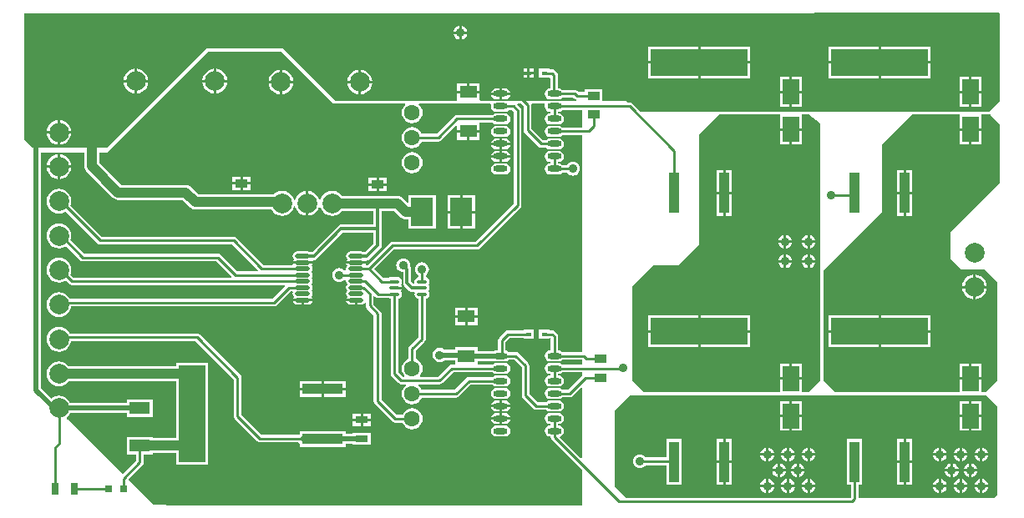
<source format=gtl>
G04 Layer_Physical_Order=1*
G04 Layer_Color=255*
%FSLAX25Y25*%
%MOIN*%
G70*
G01*
G75*
%ADD10R,0.07165X0.05000*%
%ADD11R,0.16339X0.04134*%
%ADD12R,0.10630X0.38583*%
%ADD13R,0.02756X0.05118*%
%ADD14R,0.08465X0.05000*%
%ADD15R,0.05118X0.02756*%
%ADD16O,0.05709X0.02362*%
%ADD17O,0.03937X0.01575*%
%ADD18R,0.03150X0.03150*%
%ADD19R,0.06693X0.09842*%
%ADD20R,0.05118X0.03543*%
%ADD21R,0.09016X0.11496*%
%ADD22O,0.05905X0.01772*%
%ADD23R,0.02165X0.01575*%
%ADD24R,0.04134X0.16339*%
%ADD25R,0.38583X0.10630*%
%ADD26C,0.01000*%
%ADD27C,0.01181*%
%ADD28C,0.03937*%
%ADD29C,0.01968*%
%ADD30C,0.06299*%
%ADD31C,0.07874*%
%ADD32C,0.03543*%
G36*
X416142Y251181D02*
Y148425D01*
X411417Y143701D01*
X408677D01*
Y148713D01*
X404331D01*
X399984D01*
Y143701D01*
X385827D01*
X345669Y143701D01*
X340945Y148425D01*
X340945Y186221D01*
X349213Y194488D01*
X359449Y194488D01*
X367717Y202756D01*
Y246850D01*
X375590Y254724D01*
X399984D01*
Y249319D01*
X404331D01*
X408677D01*
Y254724D01*
X411417D01*
X416142Y251181D01*
D02*
G37*
G36*
X483858Y254331D02*
X487795Y250394D01*
Y227559D01*
X467913Y207677D01*
Y197047D01*
X472047Y192913D01*
X481496D01*
X486614Y187795D01*
X486614Y148425D01*
X481890Y143701D01*
X480331D01*
Y148713D01*
X475984D01*
X471638D01*
Y143701D01*
X422047Y143701D01*
X417323Y148425D01*
Y192520D01*
X431890Y207087D01*
X440551Y215748D01*
X440551Y242520D01*
X452756Y254724D01*
X471638Y254724D01*
Y249319D01*
X475984D01*
X480331D01*
Y254724D01*
X483858D01*
Y254331D01*
D02*
G37*
G36*
X221654Y259055D02*
X247638Y259055D01*
X250339D01*
X250466Y258682D01*
X250191Y258471D01*
X249526Y257605D01*
X249108Y256595D01*
X248965Y255512D01*
X249108Y254429D01*
X249526Y253419D01*
X250191Y252552D01*
X251058Y251887D01*
X252067Y251469D01*
X253151Y251326D01*
X254234Y251469D01*
X255243Y251887D01*
X256110Y252552D01*
X256775Y253419D01*
X257193Y254429D01*
X257336Y255512D01*
X257193Y256595D01*
X256775Y257605D01*
X256110Y258471D01*
X255835Y258682D01*
X255962Y259055D01*
X284434Y259055D01*
X284713Y258661D01*
X284587Y258032D01*
X284756Y257181D01*
X285239Y256459D01*
X285960Y255977D01*
X286811Y255808D01*
X290158D01*
X291008Y255977D01*
X291730Y256459D01*
X291759Y256502D01*
X292910D01*
X293746Y255666D01*
Y219137D01*
X278500Y203892D01*
X245276D01*
X244690Y203775D01*
X244194Y203444D01*
X235400Y194650D01*
X234833D01*
X234584Y195043D01*
X234599Y195120D01*
X230709D01*
X226818D01*
X226865Y194884D01*
X227209Y194370D01*
X226865Y193856D01*
X226719Y193120D01*
X226797Y192728D01*
X226518Y192360D01*
X226250Y192351D01*
X226061Y192597D01*
X225482Y193041D01*
X224808Y193320D01*
X224085Y193416D01*
X223361Y193320D01*
X222687Y193041D01*
X222108Y192597D01*
X221664Y192018D01*
X221384Y191344D01*
X221289Y190620D01*
X221384Y189897D01*
X221664Y189222D01*
X222108Y188643D01*
X222687Y188199D01*
X223361Y187920D01*
X224085Y187824D01*
X224808Y187920D01*
X225482Y188199D01*
X226061Y188643D01*
X226250Y188890D01*
X226518Y188880D01*
X226797Y188512D01*
X226719Y188120D01*
X226865Y187384D01*
X227209Y186870D01*
X226865Y186356D01*
X226719Y185620D01*
X226865Y184884D01*
X227209Y184370D01*
X226865Y183856D01*
X226719Y183120D01*
X226865Y182384D01*
X227209Y181870D01*
X226865Y181356D01*
X226818Y181120D01*
X230709D01*
Y180620D01*
X231209D01*
Y178697D01*
X232776D01*
X233511Y178844D01*
X234135Y179261D01*
X234297Y179503D01*
X234691Y179384D01*
Y178347D01*
X234807Y177761D01*
X235139Y177265D01*
X237841Y174563D01*
Y140157D01*
X237957Y139572D01*
X238289Y139076D01*
X245297Y132068D01*
X245793Y131737D01*
X246378Y131620D01*
X249292D01*
X249525Y131057D01*
X250190Y130190D01*
X251057Y129525D01*
X252066Y129107D01*
X253150Y128964D01*
X254233Y129107D01*
X255242Y129525D01*
X256109Y130190D01*
X256774Y131057D01*
X257192Y132066D01*
X257335Y133150D01*
X257192Y134233D01*
X256774Y135242D01*
X256109Y136109D01*
X255242Y136774D01*
X254233Y137192D01*
X253150Y137335D01*
X252066Y137192D01*
X251057Y136774D01*
X250190Y136109D01*
X249525Y135242D01*
X249292Y134679D01*
X247011D01*
X240899Y140791D01*
Y175197D01*
X240783Y175782D01*
X240452Y176278D01*
X237750Y178980D01*
Y182014D01*
X238114Y182165D01*
X238486Y181793D01*
X238982Y181461D01*
X239567Y181345D01*
X243953D01*
X244184Y181190D01*
X244534Y181121D01*
Y151181D01*
X244650Y150596D01*
X244982Y150100D01*
X247738Y147344D01*
X248234Y147012D01*
X248819Y146896D01*
X250569D01*
X250702Y146502D01*
X250190Y146109D01*
X249525Y145242D01*
X249107Y144233D01*
X248964Y143150D01*
X249107Y142066D01*
X249525Y141057D01*
X250190Y140190D01*
X251057Y139525D01*
X252066Y139107D01*
X253150Y138964D01*
X254233Y139107D01*
X255242Y139525D01*
X256109Y140190D01*
X256774Y141057D01*
X257008Y141620D01*
X270709D01*
X271294Y141737D01*
X271790Y142068D01*
X276500Y146778D01*
X285210D01*
X285239Y146735D01*
X285960Y146253D01*
X286811Y146083D01*
X290158D01*
X291008Y146253D01*
X291730Y146735D01*
X292212Y147456D01*
X292381Y148307D01*
X292212Y149158D01*
X291730Y149880D01*
X291008Y150362D01*
X290158Y150531D01*
X286811D01*
X285960Y150362D01*
X285239Y149880D01*
X285210Y149837D01*
X275866D01*
X275281Y149720D01*
X274785Y149389D01*
X270075Y144679D01*
X257008D01*
X256774Y145242D01*
X256109Y146109D01*
X255597Y146502D01*
X255731Y146896D01*
X264173D01*
X264758Y147012D01*
X265255Y147344D01*
X269689Y151778D01*
X285210D01*
X285239Y151735D01*
X285960Y151252D01*
X286811Y151083D01*
X290158D01*
X291008Y151252D01*
X291730Y151735D01*
X292212Y152456D01*
X292381Y153307D01*
X292212Y154158D01*
X291730Y154880D01*
X291008Y155362D01*
X290158Y155531D01*
X286811D01*
X285960Y155362D01*
X285239Y154880D01*
X285210Y154836D01*
X279386D01*
Y156245D01*
X286000D01*
X286811Y156083D01*
X290158D01*
X291008Y156253D01*
X291730Y156735D01*
X291759Y156778D01*
X293815D01*
X296896Y153697D01*
Y142520D01*
X297012Y141934D01*
X297344Y141438D01*
X301556Y137226D01*
X302052Y136894D01*
X302638Y136778D01*
X306666D01*
X306695Y136735D01*
X307417Y136252D01*
X308268Y136083D01*
X311614D01*
X312465Y136252D01*
X313187Y136735D01*
X313669Y137456D01*
X313838Y138307D01*
X313669Y139158D01*
X313187Y139880D01*
X312465Y140362D01*
X311614Y140531D01*
X308268D01*
X307417Y140362D01*
X306695Y139880D01*
X306666Y139837D01*
X303271D01*
X299955Y143153D01*
Y154331D01*
X299838Y154916D01*
X299507Y155412D01*
X295530Y159388D01*
X295034Y159720D01*
X294449Y159836D01*
X291759D01*
X291730Y159880D01*
X291008Y160362D01*
X290506Y160462D01*
Y163933D01*
X291972Y165400D01*
X297524D01*
Y165142D01*
X301689D01*
Y168717D01*
X297524D01*
Y168458D01*
X291339D01*
X290753Y168342D01*
X290257Y168011D01*
X287895Y165648D01*
X287563Y165152D01*
X287447Y164567D01*
Y160531D01*
X286811D01*
X285960Y160362D01*
X285854Y160291D01*
X279386D01*
Y161768D01*
X270220D01*
Y160685D01*
X266090D01*
X265571Y161082D01*
X264897Y161362D01*
X264173Y161457D01*
X263450Y161362D01*
X262775Y161082D01*
X262196Y160638D01*
X261752Y160059D01*
X261473Y159385D01*
X261378Y158661D01*
X261473Y157938D01*
X261752Y157264D01*
X262196Y156685D01*
X262775Y156240D01*
X263450Y155961D01*
X264173Y155866D01*
X264897Y155961D01*
X265571Y156240D01*
X266090Y156638D01*
X270220D01*
Y154836D01*
X269055D01*
X268470Y154720D01*
X267974Y154388D01*
X263540Y149955D01*
X256425D01*
X256230Y150348D01*
X256774Y151057D01*
X257192Y152066D01*
X257335Y153150D01*
X257192Y154233D01*
X256774Y155242D01*
X256109Y156109D01*
X255242Y156774D01*
X254679Y157008D01*
Y160390D01*
X258168Y163879D01*
X258500Y164375D01*
X258616Y164961D01*
Y181121D01*
X258965Y181190D01*
X259556Y181585D01*
X259951Y182177D01*
X260090Y182874D01*
X259951Y183571D01*
X259562Y184154D01*
X259951Y184736D01*
X260090Y185433D01*
X259951Y186130D01*
X259562Y186713D01*
X259951Y187295D01*
X260090Y187992D01*
X259951Y188690D01*
X259556Y189281D01*
X258965Y189676D01*
X258616Y189745D01*
Y190593D01*
X259063Y190937D01*
X259508Y191516D01*
X259787Y192190D01*
X259882Y192913D01*
X259787Y193637D01*
X259508Y194311D01*
X259063Y194890D01*
X258484Y195334D01*
X257810Y195614D01*
X257087Y195709D01*
X256363Y195614D01*
X255689Y195334D01*
X255110Y194890D01*
X254666Y194311D01*
X254386Y193637D01*
X254291Y192913D01*
X254386Y192190D01*
X254666Y191516D01*
X255110Y190937D01*
X255557Y190593D01*
Y189745D01*
X255208Y189676D01*
X254617Y189281D01*
X254222Y188690D01*
X254083Y187992D01*
X254145Y187683D01*
X253860Y187290D01*
X253611Y187265D01*
X252803Y188073D01*
Y192913D01*
X252679Y193534D01*
X252343Y194038D01*
X252402Y194488D01*
X252307Y195212D01*
X252027Y195886D01*
X251583Y196465D01*
X251004Y196909D01*
X250330Y197188D01*
X249606Y197284D01*
X248883Y197188D01*
X248208Y196909D01*
X247629Y196465D01*
X247185Y195886D01*
X246906Y195212D01*
X246811Y194488D01*
X246906Y193765D01*
X247185Y193090D01*
X247629Y192511D01*
X248208Y192067D01*
X248883Y191788D01*
X249559Y191699D01*
Y187402D01*
X249683Y186781D01*
X250034Y186255D01*
X252003Y184286D01*
X252529Y183935D01*
X253150Y183811D01*
X253945D01*
X254191Y183418D01*
X254083Y182874D01*
X254222Y182177D01*
X254617Y181585D01*
X255208Y181190D01*
X255557Y181121D01*
Y165594D01*
X252068Y162105D01*
X251737Y161609D01*
X251620Y161024D01*
Y157008D01*
X251057Y156774D01*
X250190Y156109D01*
X249525Y155242D01*
X249107Y154233D01*
X248964Y153150D01*
X249107Y152066D01*
X249525Y151057D01*
X250069Y150348D01*
X249874Y149955D01*
X249452D01*
X247592Y151815D01*
Y181121D01*
X247941Y181190D01*
X248533Y181585D01*
X248928Y182177D01*
X249066Y182874D01*
X248928Y183571D01*
X248539Y184154D01*
X248928Y184736D01*
X248967Y184933D01*
X246063D01*
Y185933D01*
X248967D01*
X248928Y186130D01*
X248539Y186713D01*
X248928Y187295D01*
X249066Y187992D01*
X248928Y188690D01*
X248533Y189281D01*
X247941Y189676D01*
X247244Y189815D01*
X244882D01*
X244184Y189676D01*
X243953Y189522D01*
X241775D01*
X238187Y193110D01*
X245909Y200833D01*
X279134D01*
X279719Y200949D01*
X280215Y201281D01*
X296357Y217423D01*
X296689Y217919D01*
X296805Y218504D01*
Y256299D01*
X296689Y256885D01*
X296357Y257381D01*
X295046Y258691D01*
X295197Y259055D01*
X296656D01*
X297683Y258028D01*
Y248425D01*
X297800Y247840D01*
X298131Y247344D01*
X303525Y241950D01*
X304021Y241618D01*
X304606Y241502D01*
X306666D01*
X306695Y241459D01*
X307417Y240977D01*
X308268Y240808D01*
X311614D01*
X312465Y240977D01*
X313187Y241459D01*
X313669Y242180D01*
X313838Y243032D01*
X313669Y243882D01*
X313187Y244604D01*
X312465Y245086D01*
X311614Y245255D01*
X308268D01*
X307417Y245086D01*
X306695Y244604D01*
X306666Y244561D01*
X305240D01*
X300742Y249059D01*
Y258661D01*
X300724Y258751D01*
X300974Y259055D01*
X305891D01*
X306169Y258661D01*
X306044Y258032D01*
X306213Y257181D01*
X306695Y256459D01*
X307417Y255977D01*
X308268Y255808D01*
X308412D01*
Y255255D01*
X308268D01*
X307417Y255086D01*
X306695Y254604D01*
X306213Y253883D01*
X306044Y253031D01*
X306213Y252181D01*
X306695Y251459D01*
X307417Y250977D01*
X308268Y250808D01*
X311614D01*
X312465Y250977D01*
X313187Y251459D01*
X313669Y252181D01*
X313838Y253031D01*
X313669Y253883D01*
X313187Y254604D01*
X312465Y255086D01*
X311614Y255255D01*
X311470D01*
Y255808D01*
X311614D01*
X312465Y255977D01*
X313187Y256459D01*
X313215Y256502D01*
X320866D01*
Y249561D01*
X313215D01*
X313187Y249604D01*
X312465Y250086D01*
X311614Y250255D01*
X308268D01*
X307417Y250086D01*
X306695Y249604D01*
X306213Y248883D01*
X306044Y248031D01*
X306213Y247181D01*
X306695Y246459D01*
X307417Y245977D01*
X308268Y245808D01*
X311614D01*
X312465Y245977D01*
X313187Y246459D01*
X313215Y246502D01*
X320866D01*
Y159836D01*
X313215D01*
X313187Y159880D01*
X312465Y160362D01*
X311614Y160531D01*
X311470D01*
Y166043D01*
X311354Y166629D01*
X311022Y167125D01*
X310137Y168011D01*
X309640Y168342D01*
X309055Y168458D01*
X307988D01*
Y168717D01*
X303823D01*
Y165142D01*
X307988D01*
Y165400D01*
X308412D01*
Y160531D01*
X308268D01*
X307417Y160362D01*
X306695Y159880D01*
X306213Y159158D01*
X306044Y158307D01*
X306213Y157456D01*
X306695Y156735D01*
X307417Y156253D01*
X308268Y156083D01*
X311614D01*
X312465Y156253D01*
X313187Y156735D01*
X313215Y156778D01*
X320866D01*
Y154836D01*
X313215D01*
X313187Y154880D01*
X312465Y155362D01*
X311614Y155531D01*
X308268D01*
X307417Y155362D01*
X306695Y154880D01*
X306213Y154158D01*
X306044Y153307D01*
X306213Y152456D01*
X306695Y151735D01*
X307417Y151252D01*
X308268Y151083D01*
X308412D01*
Y150531D01*
X308268D01*
X307417Y150362D01*
X306695Y149880D01*
X306213Y149158D01*
X306044Y148307D01*
X306213Y147456D01*
X306695Y146735D01*
X307417Y146253D01*
X308268Y146083D01*
X311614D01*
X312465Y146253D01*
X313187Y146735D01*
X313669Y147456D01*
X313838Y148307D01*
X313669Y149158D01*
X313187Y149880D01*
X312465Y150362D01*
X311614Y150531D01*
X311470D01*
Y151083D01*
X311614D01*
X312465Y151252D01*
X313187Y151735D01*
X313215Y151778D01*
X320866D01*
Y150194D01*
X315508Y144836D01*
X313215D01*
X313187Y144880D01*
X312465Y145362D01*
X311614Y145531D01*
X308268D01*
X307417Y145362D01*
X306695Y144880D01*
X306213Y144158D01*
X306044Y143307D01*
X306213Y142456D01*
X306695Y141735D01*
X307417Y141253D01*
X308268Y141083D01*
X311614D01*
X312465Y141253D01*
X313187Y141735D01*
X313215Y141778D01*
X316142D01*
X316727Y141894D01*
X317223Y142226D01*
X320502Y145505D01*
X320866Y145354D01*
Y117638D01*
X320502Y117487D01*
X312153Y125836D01*
X312267Y126213D01*
X312465Y126252D01*
X313187Y126735D01*
X313669Y127456D01*
X313838Y128307D01*
X313669Y129158D01*
X313187Y129880D01*
X312465Y130362D01*
X311614Y130531D01*
X311470D01*
Y131083D01*
X311614D01*
X312465Y131253D01*
X313187Y131735D01*
X313669Y132456D01*
X313838Y133307D01*
X313669Y134158D01*
X313187Y134880D01*
X312465Y135362D01*
X311614Y135531D01*
X308268D01*
X307417Y135362D01*
X306695Y134880D01*
X306213Y134158D01*
X306044Y133307D01*
X306213Y132456D01*
X306695Y131735D01*
X307417Y131253D01*
X308268Y131083D01*
X308412D01*
Y130531D01*
X308268D01*
X307417Y130362D01*
X306695Y129880D01*
X306213Y129158D01*
X306044Y128307D01*
X306213Y127456D01*
X306695Y126735D01*
X307417Y126252D01*
X308268Y126083D01*
X308412D01*
Y125886D01*
X308528Y125301D01*
X308859Y124804D01*
X320866Y112798D01*
Y98425D01*
X160236D01*
X150000Y98819D01*
X139861Y108958D01*
X145570Y114667D01*
X145901Y115163D01*
X146018Y115748D01*
Y118941D01*
X149721D01*
Y119447D01*
X159039D01*
Y114748D01*
X171669D01*
Y155331D01*
X159039D01*
Y154132D01*
X116130D01*
X115726Y154659D01*
X114694Y155450D01*
X113494Y155948D01*
X112205Y156117D01*
X110916Y155948D01*
X109715Y155450D01*
X108684Y154659D01*
X107892Y153628D01*
X107395Y152427D01*
X107225Y151138D01*
X107395Y149849D01*
X107892Y148648D01*
X108684Y147617D01*
X109715Y146825D01*
X110916Y146328D01*
X112205Y146158D01*
X113494Y146328D01*
X114694Y146825D01*
X115726Y147617D01*
X116130Y148144D01*
X159039D01*
Y125435D01*
X149721D01*
Y125941D01*
X139256D01*
Y118941D01*
X142959D01*
Y116382D01*
X137698Y111121D01*
X115491Y133327D01*
X115517Y133720D01*
X115726Y133880D01*
X116517Y134912D01*
X116710Y135378D01*
X139256D01*
Y133902D01*
X149721D01*
Y140902D01*
X139256D01*
Y139425D01*
X116710D01*
X116517Y139891D01*
X115726Y140923D01*
X114694Y141714D01*
X113494Y142211D01*
X112205Y142381D01*
X110916Y142211D01*
X109715Y141714D01*
X109189Y141310D01*
X105173Y145326D01*
Y239370D01*
X122203D01*
Y234252D01*
X122305Y233477D01*
X122604Y232755D01*
X123080Y232135D01*
X133710Y221505D01*
X134330Y221029D01*
X135052Y220730D01*
X135827Y220628D01*
X161516D01*
X164576Y217568D01*
X165196Y217092D01*
X165495Y216968D01*
X165918Y216793D01*
X166693Y216691D01*
X197032D01*
X197739Y215770D01*
X198770Y214979D01*
X199971Y214481D01*
X201260Y214312D01*
X202549Y214481D01*
X203750Y214979D01*
X204781Y215770D01*
X205572Y216802D01*
X206057Y217971D01*
X206132Y218003D01*
X206388D01*
X206463Y217971D01*
X206947Y216802D01*
X207739Y215770D01*
X208770Y214979D01*
X209971Y214481D01*
X210760Y214378D01*
Y219291D01*
Y224205D01*
X209971Y224101D01*
X208770Y223604D01*
X207739Y222813D01*
X206947Y221781D01*
X206463Y220611D01*
X206388Y220580D01*
X206132D01*
X206057Y220611D01*
X205572Y221781D01*
X204781Y222813D01*
X203750Y223604D01*
X202549Y224101D01*
X201260Y224271D01*
X199971Y224101D01*
X198770Y223604D01*
X197739Y222813D01*
X197636Y222679D01*
X167933D01*
X164873Y225739D01*
X164253Y226215D01*
X163531Y226514D01*
X162756Y226616D01*
X137067D01*
X128191Y235492D01*
Y239370D01*
X131496D01*
X172047Y279921D01*
X200787Y279921D01*
X221654Y259055D01*
D02*
G37*
G36*
X486614Y138189D02*
X486614Y102756D01*
X485433Y101575D01*
X431293D01*
Y106776D01*
X432831D01*
Y125114D01*
X426697D01*
Y106776D01*
X428234D01*
Y101657D01*
X428152Y101575D01*
X338583D01*
X333858Y106299D01*
Y136221D01*
X340158Y142520D01*
X482283D01*
X486614Y138189D01*
D02*
G37*
G36*
X487795Y295118D02*
X487795Y260236D01*
X483465Y255906D01*
X344289Y255906D01*
X341081Y259113D01*
X340585Y259444D01*
X340000Y259561D01*
X339258D01*
X338583Y260236D01*
X329150D01*
Y264976D01*
X322031D01*
Y263734D01*
X319531D01*
X319152Y264113D01*
X318656Y264444D01*
X318071Y264561D01*
X313215D01*
X313187Y264604D01*
X312465Y265086D01*
X311614Y265255D01*
X311372D01*
Y270472D01*
X311256Y271058D01*
X310924Y271554D01*
X310137Y272341D01*
X309640Y272673D01*
X309055Y272789D01*
X307988D01*
Y273047D01*
X303823D01*
Y269472D01*
X307988D01*
X308313Y269107D01*
Y265255D01*
X308268D01*
X307417Y265086D01*
X306695Y264604D01*
X306213Y263882D01*
X306044Y263032D01*
X306213Y262180D01*
X306695Y261459D01*
X307417Y260977D01*
X308268Y260808D01*
X311614D01*
X312465Y260977D01*
X313187Y261459D01*
X313215Y261502D01*
X317437D01*
X317816Y261123D01*
X318312Y260792D01*
X318591Y260736D01*
X318542Y260236D01*
X311710D01*
X311614Y260255D01*
X308268D01*
X308172Y260236D01*
X290253D01*
X290158Y260255D01*
X286811D01*
X286715Y260236D01*
X280655D01*
X280173Y260736D01*
Y263280D01*
X275591D01*
X271008D01*
X271008Y260279D01*
X270526Y260236D01*
X222441Y260236D01*
X201575Y281102D01*
X171260D01*
X131496Y241339D01*
X116929Y241339D01*
X101575D01*
X98425Y244488D01*
Y295276D01*
X338976Y295276D01*
Y295081D01*
X487441Y295472D01*
X487795Y295118D01*
D02*
G37*
%LPC*%
G36*
X367217Y167610D02*
X347425D01*
Y161795D01*
X367217D01*
Y167610D01*
D02*
G37*
G36*
X388008D02*
X368217D01*
Y161795D01*
X388008D01*
Y167610D01*
D02*
G37*
G36*
X408677Y155134D02*
X404831D01*
Y149713D01*
X408677D01*
Y155134D01*
D02*
G37*
G36*
X367217Y174425D02*
X347425D01*
Y168610D01*
X367217D01*
Y174425D01*
D02*
G37*
G36*
X388008D02*
X368217D01*
Y168610D01*
X388008D01*
Y174425D01*
D02*
G37*
G36*
X403831Y155134D02*
X399984D01*
Y149713D01*
X403831D01*
Y155134D01*
D02*
G37*
G36*
Y248319D02*
X399984D01*
Y242898D01*
X403831D01*
Y248319D01*
D02*
G37*
G36*
X408677D02*
X404831D01*
Y242898D01*
X408677D01*
Y248319D01*
D02*
G37*
G36*
X401469Y206667D02*
X401245Y206637D01*
X400571Y206358D01*
X399992Y205914D01*
X399548Y205335D01*
X399268Y204661D01*
X399239Y204437D01*
X401469D01*
Y206667D01*
D02*
G37*
G36*
X402468D02*
Y204437D01*
X404698D01*
X404669Y204661D01*
X404389Y205335D01*
X403945Y205914D01*
X403366Y206358D01*
X402692Y206637D01*
X402468Y206667D01*
D02*
G37*
G36*
X410917D02*
X410694Y206637D01*
X410019Y206358D01*
X409441Y205914D01*
X408996Y205335D01*
X408717Y204661D01*
X408688Y204437D01*
X410917D01*
Y206667D01*
D02*
G37*
G36*
X414147Y203437D02*
X411917D01*
Y201207D01*
X412141Y201237D01*
X412815Y201516D01*
X413394Y201960D01*
X413838Y202539D01*
X414118Y203214D01*
X414147Y203437D01*
D02*
G37*
G36*
X401469D02*
X399239D01*
X399268Y203214D01*
X399548Y202539D01*
X399992Y201960D01*
X400571Y201516D01*
X401245Y201237D01*
X401469Y201207D01*
Y203437D01*
D02*
G37*
G36*
X404698D02*
X402468D01*
Y201207D01*
X402692Y201237D01*
X403366Y201516D01*
X403945Y201960D01*
X404389Y202539D01*
X404669Y203214D01*
X404698Y203437D01*
D02*
G37*
G36*
X410917D02*
X408688D01*
X408717Y203214D01*
X408996Y202539D01*
X409441Y201960D01*
X410019Y201516D01*
X410694Y201237D01*
X410917Y201207D01*
Y203437D01*
D02*
G37*
G36*
X380784Y222925D02*
X378217D01*
Y214256D01*
X380784D01*
Y222925D01*
D02*
G37*
G36*
X377217D02*
X374650D01*
Y214256D01*
X377217D01*
Y222925D01*
D02*
G37*
G36*
X411917Y206667D02*
Y204437D01*
X414147D01*
X414118Y204661D01*
X413838Y205335D01*
X413394Y205914D01*
X412815Y206358D01*
X412141Y206637D01*
X411917Y206667D01*
D02*
G37*
G36*
Y198793D02*
Y196563D01*
X414147D01*
X414118Y196786D01*
X413838Y197461D01*
X413394Y198040D01*
X412815Y198484D01*
X412141Y198763D01*
X411917Y198793D01*
D02*
G37*
G36*
X401469D02*
X401245Y198763D01*
X400571Y198484D01*
X399992Y198040D01*
X399548Y197461D01*
X399268Y196786D01*
X399239Y196563D01*
X401469D01*
Y198793D01*
D02*
G37*
G36*
X402468D02*
Y196563D01*
X404698D01*
X404669Y196786D01*
X404389Y197461D01*
X403945Y198040D01*
X403366Y198484D01*
X402692Y198763D01*
X402468Y198793D01*
D02*
G37*
G36*
X410917D02*
X410694Y198763D01*
X410019Y198484D01*
X409441Y198040D01*
X408996Y197461D01*
X408717Y196786D01*
X408688Y196563D01*
X410917D01*
Y198793D01*
D02*
G37*
G36*
X414147Y195563D02*
X411917D01*
Y193333D01*
X412141Y193363D01*
X412815Y193642D01*
X413394Y194086D01*
X413838Y194665D01*
X414118Y195339D01*
X414147Y195563D01*
D02*
G37*
G36*
X401469D02*
X399239D01*
X399268Y195339D01*
X399548Y194665D01*
X399992Y194086D01*
X400571Y193642D01*
X401245Y193363D01*
X401469Y193333D01*
Y195563D01*
D02*
G37*
G36*
X404698D02*
X402468D01*
Y193333D01*
X402692Y193363D01*
X403366Y193642D01*
X403945Y194086D01*
X404389Y194665D01*
X404669Y195339D01*
X404698Y195563D01*
D02*
G37*
G36*
X410917D02*
X408688D01*
X408717Y195339D01*
X408996Y194665D01*
X409441Y194086D01*
X410019Y193642D01*
X410694Y193363D01*
X410917Y193333D01*
Y195563D01*
D02*
G37*
G36*
X380784Y232594D02*
X378217D01*
Y223925D01*
X380784D01*
Y232594D01*
D02*
G37*
G36*
X377217D02*
X374650D01*
Y223925D01*
X377217D01*
Y232594D01*
D02*
G37*
G36*
X460055Y167610D02*
X440264D01*
Y161795D01*
X460055D01*
Y167610D01*
D02*
G37*
G36*
X439264D02*
X419472D01*
Y161795D01*
X439264D01*
Y167610D01*
D02*
G37*
G36*
X475484Y155134D02*
X471638D01*
Y149713D01*
X475484D01*
Y155134D01*
D02*
G37*
G36*
X480331D02*
X476484D01*
Y149713D01*
X480331D01*
Y155134D01*
D02*
G37*
G36*
X439264Y174425D02*
X419472D01*
Y168610D01*
X439264D01*
Y174425D01*
D02*
G37*
G36*
X460055D02*
X440264D01*
Y168610D01*
X460055D01*
Y174425D01*
D02*
G37*
G36*
X480331Y248319D02*
X476484D01*
Y242898D01*
X480331D01*
Y248319D01*
D02*
G37*
G36*
X475484D02*
X471638D01*
Y242898D01*
X475484D01*
Y248319D01*
D02*
G37*
G36*
X449264Y222925D02*
X446697D01*
Y214256D01*
X449264D01*
Y222925D01*
D02*
G37*
G36*
X452831D02*
X450264D01*
Y214256D01*
X452831D01*
Y222925D01*
D02*
G37*
G36*
X477059Y190741D02*
X476270Y190637D01*
X475069Y190139D01*
X474038Y189348D01*
X473247Y188317D01*
X472749Y187116D01*
X472645Y186327D01*
X477059D01*
Y190741D01*
D02*
G37*
G36*
X478059Y190741D02*
Y186327D01*
X482473D01*
X482369Y187116D01*
X481872Y188317D01*
X481080Y189348D01*
X480049Y190139D01*
X478848Y190637D01*
X478059Y190741D01*
D02*
G37*
G36*
X477059Y185327D02*
X472645D01*
X472749Y184538D01*
X473247Y183337D01*
X474038Y182306D01*
X475069Y181514D01*
X476270Y181017D01*
X477059Y180913D01*
Y185327D01*
D02*
G37*
G36*
X482473D02*
X478059D01*
Y180913D01*
X478848Y181017D01*
X480049Y181514D01*
X481080Y182306D01*
X481872Y183337D01*
X482369Y184538D01*
X482473Y185327D01*
D02*
G37*
G36*
X449264Y232594D02*
X446697D01*
Y223925D01*
X449264D01*
Y232594D01*
D02*
G37*
G36*
X452831D02*
X450264D01*
Y223925D01*
X452831D01*
Y232594D01*
D02*
G37*
G36*
X290158Y130531D02*
X286811D01*
X285960Y130362D01*
X285239Y129880D01*
X284756Y129158D01*
X284587Y128307D01*
X284756Y127456D01*
X285239Y126735D01*
X285960Y126252D01*
X286811Y126083D01*
X290158D01*
X291008Y126252D01*
X291730Y126735D01*
X292212Y127456D01*
X292381Y128307D01*
X292212Y129158D01*
X291730Y129880D01*
X291008Y130362D01*
X290158Y130531D01*
D02*
G37*
G36*
X112205Y169940D02*
X110916Y169771D01*
X109715Y169273D01*
X108684Y168482D01*
X107892Y167450D01*
X107395Y166249D01*
X107225Y164961D01*
X107395Y163672D01*
X107892Y162471D01*
X108684Y161440D01*
X109715Y160648D01*
X110916Y160151D01*
X112205Y159981D01*
X113494Y160151D01*
X114694Y160648D01*
X115726Y161440D01*
X116517Y162471D01*
X117015Y163672D01*
X117087Y164219D01*
X166689D01*
X181935Y148973D01*
Y134252D01*
X182052Y133667D01*
X182383Y133170D01*
X191438Y124115D01*
X191934Y123784D01*
X192520Y123668D01*
X207782D01*
X207821Y123609D01*
X208350Y123255D01*
Y121972D01*
X226689D01*
Y123016D01*
X229512D01*
Y122819D01*
X236630D01*
Y127575D01*
X229512D01*
Y127062D01*
X226689D01*
Y128106D01*
X208350D01*
Y126823D01*
X208205Y126726D01*
X193153D01*
X184994Y134885D01*
Y149606D01*
X184878Y150192D01*
X184546Y150688D01*
X168404Y166830D01*
X167908Y167161D01*
X167323Y167277D01*
X116589D01*
X116517Y167450D01*
X115726Y168482D01*
X114694Y169273D01*
X113494Y169771D01*
X112205Y169940D01*
D02*
G37*
G36*
X292282Y132807D02*
X288984D01*
Y131083D01*
X290158D01*
X291008Y131253D01*
X291730Y131735D01*
X292212Y132456D01*
X292282Y132807D01*
D02*
G37*
G36*
X232571Y135055D02*
X229512D01*
Y133177D01*
X232571D01*
Y135055D01*
D02*
G37*
G36*
X236630D02*
X233571D01*
Y133177D01*
X236630D01*
Y135055D01*
D02*
G37*
G36*
X287984Y132807D02*
X284687D01*
X284756Y132456D01*
X285239Y131735D01*
X285960Y131253D01*
X286811Y131083D01*
X287984D01*
Y132807D01*
D02*
G37*
G36*
X232571Y132177D02*
X229512D01*
Y130299D01*
X232571D01*
Y132177D01*
D02*
G37*
G36*
X236630D02*
X233571D01*
Y130299D01*
X236630D01*
Y132177D01*
D02*
G37*
G36*
X287984Y135531D02*
X286811D01*
X285960Y135362D01*
X285239Y134880D01*
X284756Y134158D01*
X284687Y133807D01*
X287984D01*
Y135531D01*
D02*
G37*
G36*
X279386Y173516D02*
X275303D01*
Y170516D01*
X279386D01*
Y173516D01*
D02*
G37*
G36*
X274303Y177516D02*
X270220D01*
Y174516D01*
X274303D01*
Y177516D01*
D02*
G37*
G36*
X279386D02*
X275303D01*
Y174516D01*
X279386D01*
Y177516D01*
D02*
G37*
G36*
X274303Y173516D02*
X270220D01*
Y170516D01*
X274303D01*
Y173516D01*
D02*
G37*
G36*
X287984Y137807D02*
X284687D01*
X284756Y137456D01*
X285239Y136735D01*
X285960Y136252D01*
X286811Y136083D01*
X287984D01*
Y137807D01*
D02*
G37*
G36*
X292282D02*
X288984D01*
Y136083D01*
X290158D01*
X291008Y136252D01*
X291730Y136735D01*
X292212Y137456D01*
X292282Y137807D01*
D02*
G37*
G36*
X290158Y135531D02*
X288984D01*
Y133807D01*
X292282D01*
X292212Y134158D01*
X291730Y134880D01*
X291008Y135362D01*
X290158Y135531D01*
D02*
G37*
G36*
X287984Y140531D02*
X286811D01*
X285960Y140362D01*
X285239Y139880D01*
X284756Y139158D01*
X284687Y138807D01*
X287984D01*
Y140531D01*
D02*
G37*
G36*
X217020Y148106D02*
X208350D01*
Y145539D01*
X217020D01*
Y148106D01*
D02*
G37*
G36*
X226689D02*
X218020D01*
Y145539D01*
X226689D01*
Y148106D01*
D02*
G37*
G36*
Y144539D02*
X218020D01*
Y141972D01*
X226689D01*
Y144539D01*
D02*
G37*
G36*
X290158Y140531D02*
X288984D01*
Y138807D01*
X292282D01*
X292212Y139158D01*
X291730Y139880D01*
X291008Y140362D01*
X290158Y140531D01*
D02*
G37*
G36*
Y145531D02*
X286811D01*
X285960Y145362D01*
X285239Y144880D01*
X284756Y144158D01*
X284587Y143307D01*
X284756Y142456D01*
X285239Y141735D01*
X285960Y141253D01*
X286811Y141083D01*
X290158D01*
X291008Y141253D01*
X291730Y141735D01*
X292212Y142456D01*
X292381Y143307D01*
X292212Y144158D01*
X291730Y144880D01*
X291008Y145362D01*
X290158Y145531D01*
D02*
G37*
G36*
X217020Y144539D02*
X208350D01*
Y141972D01*
X217020D01*
Y144539D01*
D02*
G37*
G36*
X208949Y180120D02*
X205559D01*
X205606Y179884D01*
X206022Y179261D01*
X206646Y178844D01*
X207382Y178697D01*
X208949D01*
Y180120D01*
D02*
G37*
G36*
X205701Y267216D02*
X201287D01*
Y262803D01*
X202076Y262907D01*
X203277Y263404D01*
X204309Y264195D01*
X205100Y265227D01*
X205597Y266428D01*
X205701Y267216D01*
D02*
G37*
G36*
X200287D02*
X195874D01*
X195977Y266428D01*
X196475Y265227D01*
X197266Y264195D01*
X198298Y263404D01*
X199499Y262907D01*
X200287Y262803D01*
Y267216D01*
D02*
G37*
G36*
X179323Y267610D02*
X174909D01*
Y263196D01*
X175698Y263300D01*
X176899Y263798D01*
X177931Y264589D01*
X178722Y265620D01*
X179219Y266821D01*
X179323Y267610D01*
D02*
G37*
G36*
X173909D02*
X169496D01*
X169599Y266821D01*
X170097Y265620D01*
X170888Y264589D01*
X171920Y263798D01*
X173121Y263300D01*
X173909Y263196D01*
Y267610D01*
D02*
G37*
G36*
X287984Y245255D02*
X286811D01*
X285960Y245086D01*
X285239Y244604D01*
X284756Y243882D01*
X284687Y243531D01*
X287984D01*
Y245255D01*
D02*
G37*
G36*
X290158D02*
X288984D01*
Y243531D01*
X292282D01*
X292212Y243882D01*
X291730Y244604D01*
X291008Y245086D01*
X290158Y245255D01*
D02*
G37*
G36*
X275091Y247532D02*
X271008D01*
Y244531D01*
X275091D01*
Y247532D01*
D02*
G37*
G36*
X290158Y255255D02*
X286811D01*
X285960Y255086D01*
X285239Y254604D01*
X285210Y254561D01*
X271142D01*
X270556Y254445D01*
X270060Y254113D01*
X262989Y247041D01*
X257009D01*
X256775Y247604D01*
X256110Y248471D01*
X255243Y249136D01*
X254234Y249555D01*
X253151Y249697D01*
X252067Y249555D01*
X251058Y249136D01*
X250191Y248471D01*
X249526Y247604D01*
X249108Y246595D01*
X248965Y245512D01*
X249108Y244428D01*
X249526Y243419D01*
X250191Y242552D01*
X251058Y241887D01*
X252067Y241469D01*
X253151Y241326D01*
X254234Y241469D01*
X255243Y241887D01*
X256110Y242552D01*
X256775Y243419D01*
X257009Y243982D01*
X263622D01*
X264207Y244099D01*
X264703Y244430D01*
X270644Y250371D01*
X271008Y250220D01*
Y248532D01*
X275591D01*
X280173D01*
Y251502D01*
X285210D01*
X285239Y251459D01*
X285960Y250977D01*
X286811Y250808D01*
X290158D01*
X291008Y250977D01*
X291730Y251459D01*
X292212Y252181D01*
X292381Y253031D01*
X292212Y253883D01*
X291730Y254604D01*
X291008Y255086D01*
X290158Y255255D01*
D02*
G37*
G36*
X280173Y247532D02*
X276091D01*
Y244531D01*
X280173D01*
Y247532D01*
D02*
G37*
G36*
X290158Y250255D02*
X286811D01*
X285960Y250086D01*
X285239Y249604D01*
X284756Y248883D01*
X284587Y248031D01*
X284756Y247181D01*
X285239Y246459D01*
X285960Y245977D01*
X286811Y245808D01*
X290158D01*
X291008Y245977D01*
X291730Y246459D01*
X292212Y247181D01*
X292381Y248031D01*
X292212Y248883D01*
X291730Y249604D01*
X291008Y250086D01*
X290158Y250255D01*
D02*
G37*
G36*
X200287Y272630D02*
X199499Y272527D01*
X198298Y272029D01*
X197266Y271238D01*
X196475Y270206D01*
X195977Y269005D01*
X195874Y268216D01*
X200287D01*
Y272630D01*
D02*
G37*
G36*
X173909Y273024D02*
X173121Y272920D01*
X171920Y272423D01*
X170888Y271631D01*
X170097Y270600D01*
X169599Y269399D01*
X169496Y268610D01*
X173909D01*
Y273024D01*
D02*
G37*
G36*
X174909D02*
Y268610D01*
X179323D01*
X179219Y269399D01*
X178722Y270600D01*
X177931Y271631D01*
X176899Y272423D01*
X175698Y272920D01*
X174909Y273024D01*
D02*
G37*
G36*
X201287Y272630D02*
Y268216D01*
X205701D01*
X205597Y269005D01*
X205100Y270206D01*
X204309Y271238D01*
X203277Y272029D01*
X202076Y272527D01*
X201287Y272630D01*
D02*
G37*
G36*
X272335Y215248D02*
X267327D01*
Y209000D01*
X272335D01*
Y215248D01*
D02*
G37*
G36*
X278343D02*
X273335D01*
Y209000D01*
X278343D01*
Y215248D01*
D02*
G37*
G36*
X112205Y225058D02*
X110916Y224889D01*
X109715Y224391D01*
X108684Y223600D01*
X107892Y222568D01*
X107395Y221368D01*
X107225Y220079D01*
X107395Y218790D01*
X107892Y217589D01*
X108684Y216558D01*
X109715Y215766D01*
X110916Y215269D01*
X112205Y215099D01*
X113494Y215269D01*
X114694Y215766D01*
X114948Y215960D01*
X127659Y203249D01*
X128155Y202918D01*
X128740Y202801D01*
X181256D01*
X191544Y192513D01*
X191394Y192149D01*
X183242D01*
X176672Y198719D01*
X176176Y199051D01*
X175591Y199167D01*
X122287D01*
X116848Y204607D01*
X117015Y205010D01*
X117184Y206299D01*
X117015Y207588D01*
X116517Y208789D01*
X115726Y209820D01*
X114694Y210612D01*
X113494Y211109D01*
X112205Y211279D01*
X110916Y211109D01*
X109715Y210612D01*
X108684Y209820D01*
X107892Y208789D01*
X107395Y207588D01*
X107225Y206299D01*
X107395Y205010D01*
X107892Y203809D01*
X108684Y202778D01*
X109715Y201987D01*
X110916Y201489D01*
X112205Y201320D01*
X113494Y201489D01*
X114694Y201987D01*
X114948Y202181D01*
X120572Y196556D01*
X121068Y196225D01*
X121653Y196108D01*
X174957D01*
X181052Y190013D01*
X180902Y189649D01*
X118025D01*
X116848Y190827D01*
X117015Y191231D01*
X117184Y192520D01*
X117015Y193808D01*
X116517Y195010D01*
X115726Y196041D01*
X114694Y196832D01*
X113494Y197330D01*
X112205Y197499D01*
X110916Y197330D01*
X109715Y196832D01*
X108684Y196041D01*
X107892Y195010D01*
X107395Y193808D01*
X107225Y192520D01*
X107395Y191231D01*
X107892Y190030D01*
X108684Y188999D01*
X109715Y188207D01*
X110916Y187710D01*
X112205Y187540D01*
X113494Y187710D01*
X114694Y188207D01*
X114948Y188401D01*
X116310Y187039D01*
X116806Y186707D01*
X117392Y186591D01*
X202417D01*
X202568Y186227D01*
X197398Y181057D01*
X116589D01*
X116517Y181230D01*
X115726Y182261D01*
X114694Y183053D01*
X113494Y183550D01*
X112205Y183720D01*
X110916Y183550D01*
X109715Y183053D01*
X108684Y182261D01*
X107892Y181230D01*
X107395Y180029D01*
X107225Y178740D01*
X107395Y177451D01*
X107892Y176250D01*
X108684Y175219D01*
X109715Y174428D01*
X110916Y173930D01*
X112205Y173760D01*
X113494Y173930D01*
X114694Y174428D01*
X115726Y175219D01*
X116517Y176250D01*
X117015Y177451D01*
X117087Y177998D01*
X198031D01*
X198617Y178115D01*
X199113Y178446D01*
X204757Y184091D01*
X205325D01*
X205574Y183697D01*
X205459Y183120D01*
X205606Y182384D01*
X205949Y181870D01*
X205606Y181356D01*
X205559Y181120D01*
X209449D01*
X213339D01*
X213292Y181356D01*
X212949Y181870D01*
X213292Y182384D01*
X213439Y183120D01*
X213292Y183856D01*
X212949Y184370D01*
X213292Y184884D01*
X213439Y185620D01*
X213292Y186356D01*
X212949Y186870D01*
X213292Y187384D01*
X213439Y188120D01*
X213292Y188856D01*
X212949Y189370D01*
X213292Y189884D01*
X213439Y190620D01*
X213292Y191356D01*
X212949Y191870D01*
X213292Y192384D01*
X213439Y193120D01*
X213292Y193856D01*
X212949Y194370D01*
X213292Y194884D01*
X213339Y195120D01*
X209449D01*
X205559D01*
X205574Y195043D01*
X205325Y194650D01*
X193734D01*
X182971Y205412D01*
X182475Y205744D01*
X181890Y205860D01*
X129374D01*
X116848Y218386D01*
X117015Y218790D01*
X117184Y220079D01*
X117015Y221368D01*
X116517Y222568D01*
X115726Y223600D01*
X114694Y224391D01*
X113494Y224889D01*
X112205Y225058D01*
D02*
G37*
G36*
X213339Y180120D02*
X209949D01*
Y178697D01*
X211516D01*
X212252Y178844D01*
X212875Y179261D01*
X213292Y179884D01*
X213339Y180120D01*
D02*
G37*
G36*
X230209D02*
X226818D01*
X226865Y179884D01*
X227282Y179261D01*
X227906Y178844D01*
X228642Y178697D01*
X230209D01*
Y180120D01*
D02*
G37*
G36*
X253151Y239697D02*
X252067Y239555D01*
X251058Y239137D01*
X250191Y238471D01*
X249526Y237604D01*
X249108Y236595D01*
X248965Y235512D01*
X249108Y234429D01*
X249526Y233419D01*
X250191Y232552D01*
X251058Y231887D01*
X252067Y231469D01*
X253151Y231326D01*
X254234Y231469D01*
X255243Y231887D01*
X256110Y232552D01*
X256775Y233419D01*
X257193Y234429D01*
X257336Y235512D01*
X257193Y236595D01*
X256775Y237604D01*
X256110Y238471D01*
X255243Y239137D01*
X254234Y239555D01*
X253151Y239697D01*
D02*
G37*
G36*
X111705Y238772D02*
X110916Y238668D01*
X109715Y238171D01*
X108684Y237379D01*
X107892Y236348D01*
X107395Y235147D01*
X107291Y234358D01*
X111705D01*
Y238772D01*
D02*
G37*
G36*
X112705D02*
Y234358D01*
X117119D01*
X117015Y235147D01*
X116517Y236348D01*
X115726Y237379D01*
X114694Y238171D01*
X113494Y238668D01*
X112705Y238772D01*
D02*
G37*
G36*
X290158Y235255D02*
X286811D01*
X285960Y235086D01*
X285239Y234604D01*
X284756Y233882D01*
X284587Y233032D01*
X284756Y232181D01*
X285239Y231459D01*
X285960Y230977D01*
X286811Y230808D01*
X290158D01*
X291008Y230977D01*
X291730Y231459D01*
X292212Y232181D01*
X292381Y233032D01*
X292212Y233882D01*
X291730Y234604D01*
X291008Y235086D01*
X290158Y235255D01*
D02*
G37*
G36*
X117119Y233358D02*
X112705D01*
Y228944D01*
X113494Y229048D01*
X114694Y229546D01*
X115726Y230337D01*
X116517Y231368D01*
X117015Y232570D01*
X117119Y233358D01*
D02*
G37*
G36*
X111705D02*
X107291D01*
X107395Y232570D01*
X107892Y231368D01*
X108684Y230337D01*
X109715Y229546D01*
X110916Y229048D01*
X111705Y228944D01*
Y233358D01*
D02*
G37*
G36*
X311614Y240255D02*
X308268D01*
X307417Y240086D01*
X306695Y239604D01*
X306213Y238882D01*
X306044Y238032D01*
X306213Y237180D01*
X306695Y236459D01*
X307417Y235977D01*
X308268Y235808D01*
X308412D01*
Y235255D01*
X308268D01*
X307417Y235086D01*
X306695Y234604D01*
X306213Y233882D01*
X306044Y233032D01*
X306213Y232181D01*
X306695Y231459D01*
X307417Y230977D01*
X308268Y230808D01*
X311614D01*
X312465Y230977D01*
X313187Y231459D01*
X313242Y231541D01*
X315003D01*
X315346Y231094D01*
X315925Y230650D01*
X316599Y230371D01*
X317323Y230275D01*
X318046Y230371D01*
X318721Y230650D01*
X319300Y231094D01*
X319744Y231673D01*
X320023Y232347D01*
X320118Y233071D01*
X320023Y233794D01*
X319744Y234469D01*
X319300Y235048D01*
X318721Y235492D01*
X318046Y235771D01*
X317323Y235866D01*
X316599Y235771D01*
X315925Y235492D01*
X315346Y235048D01*
X315003Y234600D01*
X313189D01*
X313187Y234604D01*
X312465Y235086D01*
X311614Y235255D01*
X311470D01*
Y235808D01*
X311614D01*
X312465Y235977D01*
X313187Y236459D01*
X313669Y237180D01*
X313838Y238032D01*
X313669Y238882D01*
X313187Y239604D01*
X312465Y240086D01*
X311614Y240255D01*
D02*
G37*
G36*
X287984Y242531D02*
X284687D01*
X284756Y242180D01*
X285239Y241459D01*
X285960Y240977D01*
X286811Y240808D01*
X287984D01*
Y242531D01*
D02*
G37*
G36*
X292282D02*
X288984D01*
Y240808D01*
X290158D01*
X291008Y240977D01*
X291730Y241459D01*
X292212Y242180D01*
X292282Y242531D01*
D02*
G37*
G36*
X290158Y240255D02*
X288984D01*
Y238531D01*
X292282D01*
X292212Y238882D01*
X291730Y239604D01*
X291008Y240086D01*
X290158Y240255D01*
D02*
G37*
G36*
X287984Y237531D02*
X284687D01*
X284756Y237180D01*
X285239Y236459D01*
X285960Y235977D01*
X286811Y235808D01*
X287984D01*
Y237531D01*
D02*
G37*
G36*
X292282D02*
X288984D01*
Y235808D01*
X290158D01*
X291008Y235977D01*
X291730Y236459D01*
X292212Y237180D01*
X292282Y237531D01*
D02*
G37*
G36*
X287984Y240255D02*
X286811D01*
X285960Y240086D01*
X285239Y239604D01*
X284756Y238882D01*
X284687Y238531D01*
X287984D01*
Y240255D01*
D02*
G37*
G36*
X188598Y229937D02*
X185539D01*
Y227665D01*
X188598D01*
Y229937D01*
D02*
G37*
G36*
X272335Y222496D02*
X267327D01*
Y216248D01*
X272335D01*
Y222496D01*
D02*
G37*
G36*
X278343D02*
X273335D01*
Y216248D01*
X278343D01*
Y222496D01*
D02*
G37*
G36*
X221260Y224271D02*
X219971Y224101D01*
X218770Y223604D01*
X217739Y222813D01*
X216947Y221781D01*
X216463Y220611D01*
X216388Y220580D01*
X216132D01*
X216057Y220611D01*
X215572Y221781D01*
X214781Y222813D01*
X213750Y223604D01*
X212549Y224101D01*
X211760Y224205D01*
Y219291D01*
Y214378D01*
X212549Y214481D01*
X213750Y214979D01*
X214781Y215770D01*
X215572Y216802D01*
X216057Y217971D01*
X216132Y218003D01*
X216388D01*
X216463Y217971D01*
X216947Y216802D01*
X217739Y215770D01*
X218770Y214979D01*
X219971Y214481D01*
X221260Y214312D01*
X222549Y214481D01*
X223750Y214979D01*
X224781Y215770D01*
X225185Y216297D01*
X237748D01*
Y210677D01*
X224803D01*
X224183Y210553D01*
X223656Y210202D01*
X213196Y199742D01*
X212483D01*
X212252Y199897D01*
X211516Y200043D01*
X207382D01*
X206646Y199897D01*
X206022Y199480D01*
X205606Y198856D01*
X205459Y198120D01*
X205606Y197384D01*
X205949Y196870D01*
X205606Y196356D01*
X205559Y196120D01*
X209449D01*
X213354D01*
X213634Y196498D01*
X213868D01*
X214489Y196622D01*
X215015Y196973D01*
X225475Y207433D01*
X237748D01*
Y203034D01*
X234456Y199742D01*
X233743D01*
X233511Y199897D01*
X232776Y200043D01*
X228642D01*
X227906Y199897D01*
X227282Y199480D01*
X226865Y198856D01*
X226719Y198120D01*
X226865Y197384D01*
X227209Y196870D01*
X226865Y196356D01*
X226818Y196120D01*
X230709D01*
X234613D01*
X234894Y196498D01*
X235128D01*
X235749Y196622D01*
X236275Y196973D01*
X240517Y201216D01*
X240868Y201742D01*
X240992Y202362D01*
Y209055D01*
Y216297D01*
X246004D01*
X248670Y213631D01*
X249290Y213155D01*
X250012Y212856D01*
X250787Y212754D01*
X251579D01*
Y209000D01*
X262595D01*
Y222496D01*
X251579D01*
Y219705D01*
X251215Y219555D01*
X249361Y221409D01*
X248741Y221884D01*
X248019Y222183D01*
X247244Y222286D01*
X225185D01*
X224781Y222813D01*
X223750Y223604D01*
X222549Y224101D01*
X221260Y224271D01*
D02*
G37*
G36*
X238870Y229543D02*
X235811D01*
Y227272D01*
X238870D01*
Y229543D01*
D02*
G37*
G36*
X242929D02*
X239870D01*
Y227272D01*
X242929D01*
Y229543D01*
D02*
G37*
G36*
X184539Y229937D02*
X181480D01*
Y227665D01*
X184539D01*
Y229937D01*
D02*
G37*
G36*
X188598Y226665D02*
X185539D01*
Y224394D01*
X188598D01*
Y226665D01*
D02*
G37*
G36*
X238870Y226272D02*
X235811D01*
Y224000D01*
X238870D01*
Y226272D01*
D02*
G37*
G36*
X242929D02*
X239870D01*
Y224000D01*
X242929D01*
Y226272D01*
D02*
G37*
G36*
X184539Y226665D02*
X181480D01*
Y224394D01*
X184539D01*
Y226665D01*
D02*
G37*
G36*
X403831Y133752D02*
X399984D01*
Y128331D01*
X403831D01*
Y133752D01*
D02*
G37*
G36*
X408677D02*
X404831D01*
Y128331D01*
X408677D01*
Y133752D01*
D02*
G37*
G36*
X480815Y121627D02*
Y119398D01*
X483045D01*
X483015Y119621D01*
X482736Y120295D01*
X482292Y120874D01*
X481713Y121319D01*
X481039Y121598D01*
X480815Y121627D01*
D02*
G37*
G36*
X475484Y133752D02*
X471638D01*
Y128331D01*
X475484D01*
Y133752D01*
D02*
G37*
G36*
X480331D02*
X476484D01*
Y128331D01*
X480331D01*
Y133752D01*
D02*
G37*
G36*
X479815Y121627D02*
X479591Y121598D01*
X478917Y121319D01*
X478338Y120874D01*
X477894Y120295D01*
X477615Y119621D01*
X477585Y119398D01*
X479815D01*
Y121627D01*
D02*
G37*
G36*
X395382D02*
Y119398D01*
X397612D01*
X397582Y119621D01*
X397303Y120295D01*
X396859Y120874D01*
X396280Y121319D01*
X395605Y121598D01*
X395382Y121627D01*
D02*
G37*
G36*
X402650D02*
X402426Y121598D01*
X401752Y121319D01*
X401173Y120874D01*
X400729Y120295D01*
X400449Y119621D01*
X400420Y119398D01*
X402650D01*
Y121627D01*
D02*
G37*
G36*
X403650D02*
Y119398D01*
X405879D01*
X405850Y119621D01*
X405571Y120295D01*
X405126Y120874D01*
X404547Y121319D01*
X403873Y121598D01*
X403650Y121627D01*
D02*
G37*
G36*
X380784Y125114D02*
X378217D01*
Y116445D01*
X380784D01*
Y125114D01*
D02*
G37*
G36*
X360784D02*
X354650D01*
Y117671D01*
X346414D01*
X346071Y118119D01*
X345492Y118563D01*
X344818Y118842D01*
X344094Y118937D01*
X343371Y118842D01*
X342697Y118563D01*
X342118Y118119D01*
X341673Y117540D01*
X341394Y116865D01*
X341299Y116142D01*
X341394Y115418D01*
X341673Y114744D01*
X342118Y114165D01*
X342697Y113721D01*
X343371Y113441D01*
X344094Y113346D01*
X344818Y113441D01*
X345492Y113721D01*
X346071Y114165D01*
X346414Y114612D01*
X354650D01*
Y106776D01*
X360784D01*
Y125114D01*
D02*
G37*
G36*
X394382Y121627D02*
X394158Y121598D01*
X393484Y121319D01*
X392905Y120874D01*
X392461Y120295D01*
X392182Y119621D01*
X392152Y119398D01*
X394382D01*
Y121627D01*
D02*
G37*
G36*
X410917D02*
X410694Y121598D01*
X410019Y121319D01*
X409441Y120874D01*
X408996Y120295D01*
X408717Y119621D01*
X408688Y119398D01*
X410917D01*
Y121627D01*
D02*
G37*
G36*
X471547D02*
X471324Y121598D01*
X470649Y121319D01*
X470071Y120874D01*
X469626Y120295D01*
X469347Y119621D01*
X469317Y119398D01*
X471547D01*
Y121627D01*
D02*
G37*
G36*
X377217Y125114D02*
X374650D01*
Y116445D01*
X377217D01*
Y125114D01*
D02*
G37*
G36*
X472547Y121627D02*
Y119398D01*
X474777D01*
X474748Y119621D01*
X474468Y120295D01*
X474024Y120874D01*
X473445Y121319D01*
X472771Y121598D01*
X472547Y121627D01*
D02*
G37*
G36*
X411917D02*
Y119398D01*
X414147D01*
X414118Y119621D01*
X413838Y120295D01*
X413394Y120874D01*
X412815Y121319D01*
X412141Y121598D01*
X411917Y121627D01*
D02*
G37*
G36*
X463279D02*
X463056Y121598D01*
X462382Y121319D01*
X461803Y120874D01*
X461358Y120295D01*
X461079Y119621D01*
X461050Y119398D01*
X463279D01*
Y121627D01*
D02*
G37*
G36*
X464280D02*
Y119398D01*
X466509D01*
X466480Y119621D01*
X466201Y120295D01*
X465756Y120874D01*
X465177Y121319D01*
X464503Y121598D01*
X464280Y121627D01*
D02*
G37*
G36*
X408677Y140173D02*
X404831D01*
Y134752D01*
X408677D01*
Y140173D01*
D02*
G37*
G36*
X480331D02*
X476484D01*
Y134752D01*
X480331D01*
Y140173D01*
D02*
G37*
G36*
X403831D02*
X399984D01*
Y134752D01*
X403831D01*
Y140173D01*
D02*
G37*
G36*
X475484D02*
X471638D01*
Y134752D01*
X475484D01*
Y140173D01*
D02*
G37*
G36*
X403650Y109029D02*
Y106799D01*
X405879D01*
X405850Y107023D01*
X405571Y107697D01*
X405126Y108276D01*
X404547Y108720D01*
X403873Y109000D01*
X403650Y109029D01*
D02*
G37*
G36*
X410917D02*
X410694Y109000D01*
X410019Y108720D01*
X409441Y108276D01*
X408996Y107697D01*
X408717Y107023D01*
X408688Y106799D01*
X410917D01*
Y109029D01*
D02*
G37*
G36*
X411917D02*
Y106799D01*
X414147D01*
X414118Y107023D01*
X413838Y107697D01*
X413394Y108276D01*
X412815Y108720D01*
X412141Y109000D01*
X411917Y109029D01*
D02*
G37*
G36*
X402650D02*
X402426Y109000D01*
X401752Y108720D01*
X401173Y108276D01*
X400729Y107697D01*
X400449Y107023D01*
X400420Y106799D01*
X402650D01*
Y109029D01*
D02*
G37*
G36*
X380784Y115445D02*
X378217D01*
Y106776D01*
X380784D01*
Y115445D01*
D02*
G37*
G36*
X394382Y109029D02*
X394158Y109000D01*
X393484Y108720D01*
X392905Y108276D01*
X392461Y107697D01*
X392182Y107023D01*
X392152Y106799D01*
X394382D01*
Y109029D01*
D02*
G37*
G36*
X395382D02*
Y106799D01*
X397612D01*
X397582Y107023D01*
X397303Y107697D01*
X396859Y108276D01*
X396280Y108720D01*
X395605Y109000D01*
X395382Y109029D01*
D02*
G37*
G36*
X479815D02*
X479591Y109000D01*
X478917Y108720D01*
X478338Y108276D01*
X477894Y107697D01*
X477615Y107023D01*
X477585Y106799D01*
X479815D01*
Y109029D01*
D02*
G37*
G36*
X480815D02*
Y106799D01*
X483045D01*
X483015Y107023D01*
X482736Y107697D01*
X482292Y108276D01*
X481713Y108720D01*
X481039Y109000D01*
X480815Y109029D01*
D02*
G37*
G36*
X399106Y112098D02*
X396877D01*
X396906Y111875D01*
X397185Y111201D01*
X397629Y110622D01*
X398208Y110177D01*
X398883Y109898D01*
X399106Y109869D01*
Y112098D01*
D02*
G37*
G36*
X472547Y109029D02*
Y106799D01*
X474777D01*
X474748Y107023D01*
X474468Y107697D01*
X474024Y108276D01*
X473445Y108720D01*
X472771Y109000D01*
X472547Y109029D01*
D02*
G37*
G36*
X463279D02*
X463056Y109000D01*
X462382Y108720D01*
X461803Y108276D01*
X461358Y107697D01*
X461079Y107023D01*
X461050Y106799D01*
X463279D01*
Y109029D01*
D02*
G37*
G36*
X464280D02*
Y106799D01*
X466509D01*
X466480Y107023D01*
X466201Y107697D01*
X465756Y108276D01*
X465177Y108720D01*
X464503Y109000D01*
X464280Y109029D01*
D02*
G37*
G36*
X471547D02*
X471324Y109000D01*
X470649Y108720D01*
X470071Y108276D01*
X469626Y107697D01*
X469347Y107023D01*
X469317Y106799D01*
X471547D01*
Y109029D01*
D02*
G37*
G36*
X377217Y115445D02*
X374650D01*
Y106776D01*
X377217D01*
Y115445D01*
D02*
G37*
G36*
X410917Y105799D02*
X408688D01*
X408717Y105576D01*
X408996Y104901D01*
X409441Y104322D01*
X410019Y103878D01*
X410694Y103599D01*
X410917Y103569D01*
Y105799D01*
D02*
G37*
G36*
X414147D02*
X411917D01*
Y103569D01*
X412141Y103599D01*
X412815Y103878D01*
X413394Y104322D01*
X413838Y104901D01*
X414118Y105576D01*
X414147Y105799D01*
D02*
G37*
G36*
X463279D02*
X461050D01*
X461079Y105576D01*
X461358Y104901D01*
X461803Y104322D01*
X462382Y103878D01*
X463056Y103599D01*
X463279Y103569D01*
Y105799D01*
D02*
G37*
G36*
X405879D02*
X403650D01*
Y103569D01*
X403873Y103599D01*
X404547Y103878D01*
X405126Y104322D01*
X405571Y104901D01*
X405850Y105576D01*
X405879Y105799D01*
D02*
G37*
G36*
X394382D02*
X392152D01*
X392182Y105576D01*
X392461Y104901D01*
X392905Y104322D01*
X393484Y103878D01*
X394158Y103599D01*
X394382Y103569D01*
Y105799D01*
D02*
G37*
G36*
X397612D02*
X395382D01*
Y103569D01*
X395605Y103599D01*
X396280Y103878D01*
X396859Y104322D01*
X397303Y104901D01*
X397582Y105576D01*
X397612Y105799D01*
D02*
G37*
G36*
X402650D02*
X400420D01*
X400449Y105576D01*
X400729Y104901D01*
X401173Y104322D01*
X401752Y103878D01*
X402426Y103599D01*
X402650Y103569D01*
Y105799D01*
D02*
G37*
G36*
X483045D02*
X480815D01*
Y103569D01*
X481039Y103599D01*
X481713Y103878D01*
X482292Y104322D01*
X482736Y104901D01*
X483015Y105576D01*
X483045Y105799D01*
D02*
G37*
G36*
X449264Y115445D02*
X446697D01*
Y106776D01*
X449264D01*
Y115445D01*
D02*
G37*
G36*
X452831D02*
X450264D01*
Y106776D01*
X452831D01*
Y115445D01*
D02*
G37*
G36*
X479815Y105799D02*
X477585D01*
X477615Y105576D01*
X477894Y104901D01*
X478338Y104322D01*
X478917Y103878D01*
X479591Y103599D01*
X479815Y103569D01*
Y105799D01*
D02*
G37*
G36*
X466509D02*
X464280D01*
Y103569D01*
X464503Y103599D01*
X465177Y103878D01*
X465756Y104322D01*
X466201Y104901D01*
X466480Y105576D01*
X466509Y105799D01*
D02*
G37*
G36*
X471547D02*
X469317D01*
X469347Y105576D01*
X469626Y104901D01*
X470071Y104322D01*
X470649Y103878D01*
X471324Y103599D01*
X471547Y103569D01*
Y105799D01*
D02*
G37*
G36*
X474777D02*
X472547D01*
Y103569D01*
X472771Y103599D01*
X473445Y103878D01*
X474024Y104322D01*
X474468Y104901D01*
X474748Y105576D01*
X474777Y105799D01*
D02*
G37*
G36*
X410917Y118398D02*
X408688D01*
X408717Y118174D01*
X408996Y117500D01*
X409441Y116921D01*
X410019Y116477D01*
X410694Y116197D01*
X410917Y116168D01*
Y118398D01*
D02*
G37*
G36*
X414147D02*
X411917D01*
Y116168D01*
X412141Y116197D01*
X412815Y116477D01*
X413394Y116921D01*
X413838Y117500D01*
X414118Y118174D01*
X414147Y118398D01*
D02*
G37*
G36*
X463279D02*
X461050D01*
X461079Y118174D01*
X461358Y117500D01*
X461803Y116921D01*
X462382Y116477D01*
X463056Y116197D01*
X463279Y116168D01*
Y118398D01*
D02*
G37*
G36*
X405879D02*
X403650D01*
Y116168D01*
X403873Y116197D01*
X404547Y116477D01*
X405126Y116921D01*
X405571Y117500D01*
X405850Y118174D01*
X405879Y118398D01*
D02*
G37*
G36*
X394382D02*
X392152D01*
X392182Y118174D01*
X392461Y117500D01*
X392905Y116921D01*
X393484Y116477D01*
X394158Y116197D01*
X394382Y116168D01*
Y118398D01*
D02*
G37*
G36*
X397612D02*
X395382D01*
Y116168D01*
X395605Y116197D01*
X396280Y116477D01*
X396859Y116921D01*
X397303Y117500D01*
X397582Y118174D01*
X397612Y118398D01*
D02*
G37*
G36*
X402650D02*
X400420D01*
X400449Y118174D01*
X400729Y117500D01*
X401173Y116921D01*
X401752Y116477D01*
X402426Y116197D01*
X402650Y116168D01*
Y118398D01*
D02*
G37*
G36*
X483045D02*
X480815D01*
Y116168D01*
X481039Y116197D01*
X481713Y116477D01*
X482292Y116921D01*
X482736Y117500D01*
X483015Y118174D01*
X483045Y118398D01*
D02*
G37*
G36*
X449264Y125114D02*
X446697D01*
Y116445D01*
X449264D01*
Y125114D01*
D02*
G37*
G36*
X452831D02*
X450264D01*
Y116445D01*
X452831D01*
Y125114D01*
D02*
G37*
G36*
X479815Y118398D02*
X477585D01*
X477615Y118174D01*
X477894Y117500D01*
X478338Y116921D01*
X478917Y116477D01*
X479591Y116197D01*
X479815Y116168D01*
Y118398D01*
D02*
G37*
G36*
X466509D02*
X464280D01*
Y116168D01*
X464503Y116197D01*
X465177Y116477D01*
X465756Y116921D01*
X466201Y117500D01*
X466480Y118174D01*
X466509Y118398D01*
D02*
G37*
G36*
X471547D02*
X469317D01*
X469347Y118174D01*
X469626Y117500D01*
X470071Y116921D01*
X470649Y116477D01*
X471324Y116197D01*
X471547Y116168D01*
Y118398D01*
D02*
G37*
G36*
X474777D02*
X472547D01*
Y116168D01*
X472771Y116197D01*
X473445Y116477D01*
X474024Y116921D01*
X474468Y117500D01*
X474748Y118174D01*
X474777Y118398D01*
D02*
G37*
G36*
X476484Y115328D02*
Y113098D01*
X478714D01*
X478685Y113322D01*
X478405Y113996D01*
X477961Y114575D01*
X477382Y115020D01*
X476708Y115299D01*
X476484Y115328D01*
D02*
G37*
G36*
X471234Y112098D02*
X469004D01*
Y109869D01*
X469228Y109898D01*
X469902Y110177D01*
X470481Y110622D01*
X470925Y111201D01*
X471204Y111875D01*
X471234Y112098D01*
D02*
G37*
G36*
X475484D02*
X473254D01*
X473284Y111875D01*
X473563Y111201D01*
X474008Y110622D01*
X474586Y110177D01*
X475261Y109898D01*
X475484Y109869D01*
Y112098D01*
D02*
G37*
G36*
X478714D02*
X476484D01*
Y109869D01*
X476708Y109898D01*
X477382Y110177D01*
X477961Y110622D01*
X478405Y111201D01*
X478685Y111875D01*
X478714Y112098D01*
D02*
G37*
G36*
X468004D02*
X465774D01*
X465804Y111875D01*
X466083Y111201D01*
X466527Y110622D01*
X467106Y110177D01*
X467780Y109898D01*
X468004Y109869D01*
Y112098D01*
D02*
G37*
G36*
X402336D02*
X400106D01*
Y109869D01*
X400330Y109898D01*
X401004Y110177D01*
X401583Y110622D01*
X402027Y111201D01*
X402307Y111875D01*
X402336Y112098D01*
D02*
G37*
G36*
X406587D02*
X404357D01*
X404386Y111875D01*
X404666Y111201D01*
X405110Y110622D01*
X405689Y110177D01*
X406363Y109898D01*
X406587Y109869D01*
Y112098D01*
D02*
G37*
G36*
X409816D02*
X407587D01*
Y109869D01*
X407810Y109898D01*
X408484Y110177D01*
X409063Y110622D01*
X409508Y111201D01*
X409787Y111875D01*
X409816Y112098D01*
D02*
G37*
G36*
X468004Y115328D02*
X467780Y115299D01*
X467106Y115020D01*
X466527Y114575D01*
X466083Y113996D01*
X465804Y113322D01*
X465774Y113098D01*
X468004D01*
Y115328D01*
D02*
G37*
G36*
X469004D02*
Y113098D01*
X471234D01*
X471204Y113322D01*
X470925Y113996D01*
X470481Y114575D01*
X469902Y115020D01*
X469228Y115299D01*
X469004Y115328D01*
D02*
G37*
G36*
X475484D02*
X475261Y115299D01*
X474586Y115020D01*
X474008Y114575D01*
X473563Y113996D01*
X473284Y113322D01*
X473254Y113098D01*
X475484D01*
Y115328D01*
D02*
G37*
G36*
X407587D02*
Y113098D01*
X409816D01*
X409787Y113322D01*
X409508Y113996D01*
X409063Y114575D01*
X408484Y115020D01*
X407810Y115299D01*
X407587Y115328D01*
D02*
G37*
G36*
X399106D02*
X398883Y115299D01*
X398208Y115020D01*
X397629Y114575D01*
X397185Y113996D01*
X396906Y113322D01*
X396877Y113098D01*
X399106D01*
Y115328D01*
D02*
G37*
G36*
X400106D02*
Y113098D01*
X402336D01*
X402307Y113322D01*
X402027Y113996D01*
X401583Y114575D01*
X401004Y115020D01*
X400330Y115299D01*
X400106Y115328D01*
D02*
G37*
G36*
X406587D02*
X406363Y115299D01*
X405689Y115020D01*
X405110Y114575D01*
X404666Y113996D01*
X404386Y113322D01*
X404357Y113098D01*
X406587D01*
Y115328D01*
D02*
G37*
G36*
X231784Y267216D02*
X227370D01*
X227473Y266428D01*
X227971Y265227D01*
X228762Y264195D01*
X229794Y263404D01*
X230995Y262907D01*
X231784Y262803D01*
Y267216D01*
D02*
G37*
G36*
X237197D02*
X232784D01*
Y262803D01*
X233572Y262907D01*
X234773Y263404D01*
X235805Y264195D01*
X236596Y265227D01*
X237093Y266428D01*
X237197Y267216D01*
D02*
G37*
G36*
X480331Y263280D02*
X476484D01*
Y257858D01*
X480331D01*
Y263280D01*
D02*
G37*
G36*
X287984Y262531D02*
X284687D01*
X284756Y262180D01*
X285239Y261459D01*
X285960Y260977D01*
X286811Y260808D01*
X287984D01*
Y262531D01*
D02*
G37*
G36*
X292282D02*
X288984D01*
Y260808D01*
X290158D01*
X291008Y260977D01*
X291730Y261459D01*
X292212Y262180D01*
X292282Y262531D01*
D02*
G37*
G36*
X287984Y265255D02*
X286811D01*
X285960Y265086D01*
X285239Y264604D01*
X284756Y263882D01*
X284687Y263531D01*
X287984D01*
Y265255D01*
D02*
G37*
G36*
X290158D02*
X288984D01*
Y263531D01*
X292282D01*
X292212Y263882D01*
X291730Y264604D01*
X291008Y265086D01*
X290158Y265255D01*
D02*
G37*
G36*
X275091Y267280D02*
X271008D01*
Y264280D01*
X275091D01*
Y267280D01*
D02*
G37*
G36*
X142413Y267610D02*
X138000D01*
X138103Y266821D01*
X138601Y265620D01*
X139392Y264589D01*
X140424Y263798D01*
X141625Y263300D01*
X142413Y263196D01*
Y267610D01*
D02*
G37*
G36*
X147827D02*
X143413D01*
Y263196D01*
X144202Y263300D01*
X145403Y263798D01*
X146434Y264589D01*
X147226Y265620D01*
X147723Y266821D01*
X147827Y267610D01*
D02*
G37*
G36*
X475484Y263280D02*
X471638D01*
Y257858D01*
X475484D01*
Y263280D01*
D02*
G37*
G36*
X403831D02*
X399984D01*
Y257858D01*
X403831D01*
Y263280D01*
D02*
G37*
G36*
X408677D02*
X404831D01*
Y257858D01*
X408677D01*
Y263280D01*
D02*
G37*
G36*
X112705Y252552D02*
Y248138D01*
X117119D01*
X117015Y248927D01*
X116517Y250128D01*
X115726Y251159D01*
X114694Y251950D01*
X113494Y252448D01*
X112705Y252552D01*
D02*
G37*
G36*
X111705D02*
X110916Y252448D01*
X109715Y251950D01*
X108684Y251159D01*
X107892Y250128D01*
X107395Y248927D01*
X107291Y248138D01*
X111705D01*
Y252552D01*
D02*
G37*
G36*
X299106Y273047D02*
X297524D01*
Y271760D01*
X299106D01*
Y273047D01*
D02*
G37*
G36*
X301689D02*
X300106D01*
Y271760D01*
X301689D01*
Y273047D01*
D02*
G37*
G36*
X367217Y281906D02*
X347425D01*
Y276091D01*
X367217D01*
Y281906D01*
D02*
G37*
G36*
X301689Y270760D02*
X300106D01*
Y269472D01*
X301689D01*
Y270760D01*
D02*
G37*
G36*
X439264Y275091D02*
X419472D01*
Y269276D01*
X439264D01*
Y275091D01*
D02*
G37*
G36*
X460055D02*
X440264D01*
Y269276D01*
X460055D01*
Y275091D01*
D02*
G37*
G36*
X299106Y270760D02*
X297524D01*
Y269472D01*
X299106D01*
Y270760D01*
D02*
G37*
G36*
X275171Y286902D02*
X272941D01*
Y284672D01*
X273165Y284701D01*
X273839Y284981D01*
X274418Y285425D01*
X274862Y286004D01*
X275141Y286678D01*
X275171Y286902D01*
D02*
G37*
G36*
X271941Y290131D02*
X271717Y290102D01*
X271043Y289823D01*
X270464Y289378D01*
X270020Y288799D01*
X269741Y288125D01*
X269711Y287902D01*
X271941D01*
Y290131D01*
D02*
G37*
G36*
X272941D02*
Y287902D01*
X275171D01*
X275141Y288125D01*
X274862Y288799D01*
X274418Y289378D01*
X273839Y289823D01*
X273165Y290102D01*
X272941Y290131D01*
D02*
G37*
G36*
X271941Y286902D02*
X269711D01*
X269741Y286678D01*
X270020Y286004D01*
X270464Y285425D01*
X271043Y284981D01*
X271717Y284701D01*
X271941Y284672D01*
Y286902D01*
D02*
G37*
G36*
X439264Y281906D02*
X419472D01*
Y276091D01*
X439264D01*
Y281906D01*
D02*
G37*
G36*
X460055D02*
X440264D01*
Y276091D01*
X460055D01*
Y281906D01*
D02*
G37*
G36*
X388008D02*
X368217D01*
Y276091D01*
X388008D01*
Y281906D01*
D02*
G37*
G36*
Y275091D02*
X368217D01*
Y269276D01*
X388008D01*
Y275091D01*
D02*
G37*
G36*
X408677Y269701D02*
X404831D01*
Y264280D01*
X408677D01*
Y269701D01*
D02*
G37*
G36*
X231784Y272630D02*
X230995Y272527D01*
X229794Y272029D01*
X228762Y271238D01*
X227971Y270206D01*
X227473Y269005D01*
X227370Y268216D01*
X231784D01*
Y272630D01*
D02*
G37*
G36*
X280173Y267280D02*
X276091D01*
Y264280D01*
X280173D01*
Y267280D01*
D02*
G37*
G36*
X403831Y269701D02*
X399984D01*
Y264280D01*
X403831D01*
Y269701D01*
D02*
G37*
G36*
X475484D02*
X471638D01*
Y264280D01*
X475484D01*
Y269701D01*
D02*
G37*
G36*
X480331D02*
X476484D01*
Y264280D01*
X480331D01*
Y269701D01*
D02*
G37*
G36*
X367217Y275091D02*
X347425D01*
Y269276D01*
X367217D01*
Y275091D01*
D02*
G37*
G36*
X143413Y273024D02*
Y268610D01*
X147827D01*
X147723Y269399D01*
X147226Y270600D01*
X146434Y271631D01*
X145403Y272423D01*
X144202Y272920D01*
X143413Y273024D01*
D02*
G37*
G36*
X232784Y272630D02*
Y268216D01*
X237197D01*
X237093Y269005D01*
X236596Y270206D01*
X235805Y271238D01*
X234773Y272029D01*
X233572Y272527D01*
X232784Y272630D01*
D02*
G37*
G36*
X142413Y273024D02*
X141625Y272920D01*
X140424Y272423D01*
X139392Y271631D01*
X138601Y270600D01*
X138103Y269399D01*
X138000Y268610D01*
X142413D01*
Y273024D01*
D02*
G37*
G36*
X117119Y247138D02*
X112705D01*
Y242724D01*
X113494Y242828D01*
X114694Y243325D01*
X115726Y244117D01*
X116517Y245148D01*
X117015Y246349D01*
X117119Y247138D01*
D02*
G37*
G36*
X111705D02*
X107291D01*
X107395Y246349D01*
X107892Y245148D01*
X108684Y244117D01*
X109715Y243325D01*
X110916Y242828D01*
X111705Y242724D01*
Y247138D01*
D02*
G37*
%LPD*%
D10*
X275590Y248031D02*
D03*
Y263779D02*
D03*
X274803Y174016D02*
D03*
Y158268D02*
D03*
D11*
X217520Y125039D02*
D03*
Y145039D02*
D03*
D12*
X165354Y135039D02*
D03*
D13*
X118307Y105118D02*
D03*
X110827D02*
D03*
D14*
X144488Y137402D02*
D03*
Y122441D02*
D03*
D15*
X233071Y132677D02*
D03*
Y125197D02*
D03*
D16*
X288484Y263032D02*
D03*
Y258032D02*
D03*
Y253031D02*
D03*
Y248031D02*
D03*
Y243032D02*
D03*
Y238032D02*
D03*
Y233032D02*
D03*
X309941Y263032D02*
D03*
Y258032D02*
D03*
Y253031D02*
D03*
Y248031D02*
D03*
Y243032D02*
D03*
Y238032D02*
D03*
Y233032D02*
D03*
X288484Y158307D02*
D03*
Y153307D02*
D03*
Y148307D02*
D03*
Y143307D02*
D03*
Y138307D02*
D03*
Y133307D02*
D03*
Y128307D02*
D03*
X309941Y158307D02*
D03*
Y153307D02*
D03*
Y148307D02*
D03*
Y143307D02*
D03*
Y138307D02*
D03*
Y133307D02*
D03*
Y128307D02*
D03*
D17*
X246063Y187992D02*
D03*
Y185433D02*
D03*
Y182874D02*
D03*
X257087Y187992D02*
D03*
Y185433D02*
D03*
Y182874D02*
D03*
D18*
X132087Y105118D02*
D03*
X137992D02*
D03*
D19*
X475984Y134252D02*
D03*
Y149213D02*
D03*
X404331Y134252D02*
D03*
Y149213D02*
D03*
X475984Y248819D02*
D03*
Y263779D02*
D03*
X404331Y248819D02*
D03*
Y263779D02*
D03*
D20*
X325590Y254724D02*
D03*
Y262205D02*
D03*
X328346Y149606D02*
D03*
Y157087D02*
D03*
X239370Y226772D02*
D03*
Y219291D02*
D03*
X185039Y227165D02*
D03*
Y219685D02*
D03*
D21*
X272835Y215748D02*
D03*
X257087D02*
D03*
D22*
X209449Y198120D02*
D03*
Y195620D02*
D03*
Y193120D02*
D03*
Y190620D02*
D03*
Y188120D02*
D03*
Y185620D02*
D03*
Y183120D02*
D03*
Y180620D02*
D03*
X230709Y198120D02*
D03*
Y195620D02*
D03*
Y193120D02*
D03*
Y190620D02*
D03*
Y188120D02*
D03*
Y185620D02*
D03*
Y183120D02*
D03*
Y180620D02*
D03*
D23*
X305906Y271260D02*
D03*
X299606D02*
D03*
X305906Y166929D02*
D03*
X299606D02*
D03*
D24*
X429764Y223425D02*
D03*
X449764D02*
D03*
X357716D02*
D03*
X377716D02*
D03*
X429764Y115945D02*
D03*
X449764D02*
D03*
X357716Y115945D02*
D03*
X377716D02*
D03*
D25*
X439764Y275590D02*
D03*
X367717D02*
D03*
X439764Y168110D02*
D03*
X367717Y168110D02*
D03*
D26*
X309941Y153307D02*
X337402D01*
X112205Y207087D02*
X121653Y197638D01*
X175591D01*
X182608Y190620D01*
X236034Y193120D02*
X245276Y202362D01*
X279134D02*
X295276Y218504D01*
X245276Y202362D02*
X279134D01*
X112205Y165748D02*
X167323D01*
X112205Y220866D02*
X128740Y204331D01*
X112205Y179528D02*
X198031D01*
X112205Y193307D02*
X117392Y188120D01*
X429764Y101024D02*
Y115945D01*
X428740Y100000D02*
X429764Y101024D01*
X335827Y100000D02*
X428740D01*
X309941Y125886D02*
Y128307D01*
Y125886D02*
X335827Y100000D01*
X357716Y223425D02*
Y240315D01*
X340000Y258032D02*
X357716Y240315D01*
X309941Y258032D02*
X340000D01*
X420472Y222441D02*
X428780D01*
X309980Y233071D02*
X317323D01*
X112205Y123228D02*
Y137402D01*
X144488Y115748D02*
Y122441D01*
X137992Y109252D02*
X144488Y115748D01*
X137992Y105118D02*
Y109252D01*
X118307Y105118D02*
X132087D01*
X110827Y121850D02*
X112205Y123228D01*
X110827Y105118D02*
Y121850D01*
X209095Y125197D02*
X209252Y125039D01*
X192520Y125197D02*
X209095D01*
X183465Y134252D02*
X192520Y125197D01*
X183465Y134252D02*
Y149606D01*
X167323Y165748D02*
X183465Y149606D01*
X182608Y190620D02*
X209449D01*
X193100Y193120D02*
X209449D01*
X181890Y204331D02*
X193100Y193120D01*
X128740Y204331D02*
X181890D01*
X204124Y185620D02*
X209449D01*
X198031Y179528D02*
X204124Y185620D01*
X117392Y188120D02*
X209449D01*
X344094Y116142D02*
X357913D01*
X357716Y115945D02*
X357913Y116142D01*
X309941Y233032D02*
X309980Y233071D01*
X246063Y151181D02*
X248819Y148425D01*
X236221Y178347D02*
X239370Y175197D01*
Y140157D02*
Y175197D01*
Y140157D02*
X246378Y133150D01*
X269055Y153307D02*
X288484D01*
X264173Y148425D02*
X269055Y153307D01*
X248819Y148425D02*
X264173D01*
X246063Y151181D02*
Y182874D01*
X322835Y157087D02*
X328346D01*
X321614Y158307D02*
X322835Y157087D01*
X309941Y158307D02*
X321614D01*
X288484Y263032D02*
Y268012D01*
X291732Y271260D01*
X299606D01*
X288484Y258032D02*
X293543D01*
X295276Y256299D01*
Y218504D02*
Y256299D01*
X236014Y193120D02*
X236034D01*
X224085Y190620D02*
X230709D01*
X257087Y187992D02*
Y192913D01*
X246378Y133150D02*
X253150D01*
X236221Y178347D02*
Y183071D01*
X233671Y185620D02*
X236221Y183071D01*
X230709Y185620D02*
X233671D01*
X253150Y153150D02*
Y161024D01*
X257087Y164961D01*
Y182874D01*
X275866Y148307D02*
X288484D01*
X270709Y143150D02*
X275866Y148307D01*
X253150Y143150D02*
X270709D01*
X253151Y245512D02*
X263622D01*
X428780Y222441D02*
X429764Y223425D01*
X239567Y182874D02*
X246063D01*
X234321Y188120D02*
X239567Y182874D01*
X230709Y188120D02*
X234321D01*
X241142Y187992D02*
X246063D01*
X236014Y193120D02*
X241142Y187992D01*
X230709Y193120D02*
X236014D01*
X271142Y253031D02*
X288484D01*
X263622Y245512D02*
X271142Y253031D01*
X309941Y128307D02*
Y133307D01*
X288484Y158307D02*
X288976Y158799D01*
Y164567D01*
X291339Y166929D01*
X288484Y158307D02*
X294449D01*
X298425Y154331D01*
Y142520D02*
Y154331D01*
Y142520D02*
X302638Y138307D01*
X309941D01*
X316142Y143307D02*
X322441Y149606D01*
X309941Y143307D02*
X316142D01*
X322441Y149606D02*
X328346D01*
X309941Y148307D02*
Y153307D01*
X309055Y166929D02*
X309941Y166043D01*
Y158307D02*
Y166043D01*
X305906Y166929D02*
X309055D01*
X291339D02*
X299606D01*
X309941Y233032D02*
Y238032D01*
X288484Y263032D02*
X294843D01*
X299213Y258661D01*
Y248425D02*
Y258661D01*
Y248425D02*
X304606Y243032D01*
X309941D01*
Y253031D02*
Y258032D01*
Y248031D02*
X323622D01*
X325590Y250000D01*
Y254724D01*
X318898Y262205D02*
X325590D01*
X318071Y263032D02*
X318898Y262205D01*
X309941Y263032D02*
X318071D01*
X309842Y263130D02*
X309941Y263032D01*
X309842Y263130D02*
Y270472D01*
X309055Y271260D02*
X309842Y270472D01*
X305906Y271260D02*
X309055D01*
D27*
X213868Y198120D02*
X224803Y209055D01*
X239370D02*
Y219291D01*
Y202362D02*
Y209055D01*
X209449Y198120D02*
X213868D01*
X224803Y209055D02*
X239370D01*
X235128Y198120D02*
X239370Y202362D01*
X230709Y198120D02*
X235128D01*
X251181Y187402D02*
Y192913D01*
X249606Y194488D02*
X251181Y192913D01*
X253150Y185433D02*
X257087D01*
X251181Y187402D02*
X253150Y185433D01*
D28*
X247244Y219291D02*
X250787Y215748D01*
X257087D01*
X239370Y219291D02*
X247244D01*
X221260D02*
X239370D01*
X166693Y219685D02*
X185039D01*
X162756Y223622D02*
X166693Y219685D01*
X125197Y234252D02*
Y243307D01*
Y234252D02*
X135827Y223622D01*
X162756D01*
X200866Y219685D02*
X201260Y219291D01*
X185039Y219685D02*
X200866D01*
X144488Y122441D02*
X165354D01*
X112205Y151138D02*
X164610D01*
X165354Y150394D01*
Y135039D02*
Y150394D01*
Y122441D02*
Y135039D01*
D29*
X112205Y137402D02*
X142520D01*
X103150Y144488D02*
Y241339D01*
X110236Y137402D02*
X112205D01*
X103150Y144488D02*
X110236Y137402D01*
X217520Y125039D02*
X232913D01*
X209252D02*
X217520D01*
X274410Y158661D02*
X274803Y158268D01*
X264173Y158661D02*
X274410D01*
X232913Y125039D02*
X233071Y125197D01*
X288445Y158268D02*
X288484Y158307D01*
X274803Y158268D02*
X288445D01*
D30*
X253150Y133150D02*
D03*
Y143150D02*
D03*
Y153150D02*
D03*
X253151Y255512D02*
D03*
Y245512D02*
D03*
Y235512D02*
D03*
D31*
X112205Y151138D02*
D03*
Y137402D02*
D03*
Y164961D02*
D03*
Y192520D02*
D03*
Y178740D02*
D03*
Y206299D02*
D03*
Y220079D02*
D03*
Y233858D02*
D03*
Y247638D02*
D03*
X232283Y267717D02*
D03*
X200787D02*
D03*
X142913Y268110D02*
D03*
X174409D02*
D03*
X477559Y185827D02*
D03*
Y199606D02*
D03*
X221260Y219291D02*
D03*
X201260D02*
D03*
X211260D02*
D03*
D32*
X247244D02*
D03*
X463779Y118898D02*
D03*
X472047D02*
D03*
X480315D02*
D03*
X468504Y112598D02*
D03*
X475984D02*
D03*
X463779Y106299D02*
D03*
X472047D02*
D03*
X480315D02*
D03*
X411417D02*
D03*
X403150D02*
D03*
X394882D02*
D03*
X407087Y112598D02*
D03*
X399606D02*
D03*
X411417Y118898D02*
D03*
X403150D02*
D03*
X394882D02*
D03*
X411417Y196063D02*
D03*
X401968D02*
D03*
X411417Y203937D02*
D03*
X401968D02*
D03*
X420472Y222441D02*
D03*
X337402Y153543D02*
D03*
X317323Y233071D02*
D03*
X249606Y194488D02*
D03*
X264173Y158661D02*
D03*
X272441Y287402D02*
D03*
X344094Y116142D02*
D03*
X257087Y192913D02*
D03*
X224085Y190620D02*
D03*
M02*

</source>
